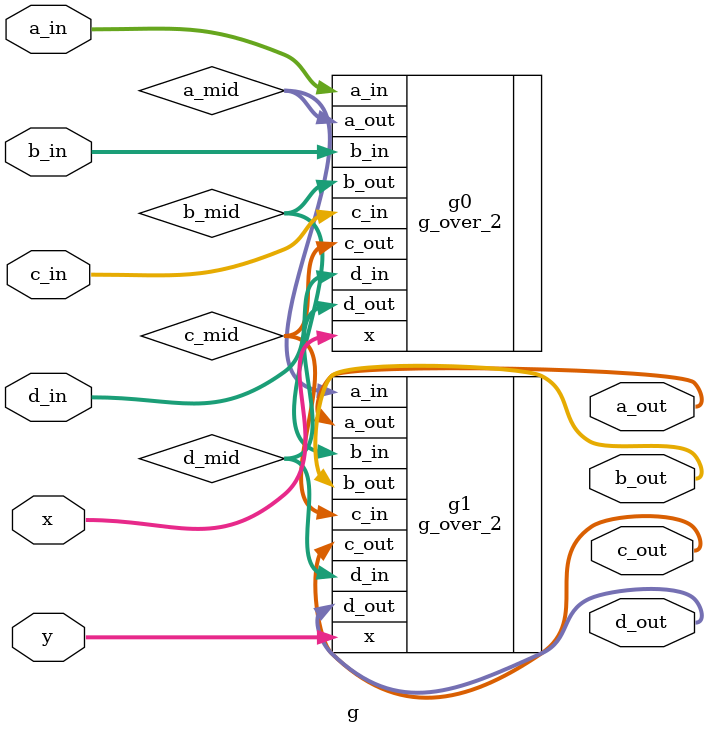
<source format=v>
module g #(
	parameter W=32,
	parameter RD0=1,
	parameter RD1=1,
	parameter RB0=1,
	parameter RB1=1
) (
	input  [W-1:0] a_in, b_in, c_in, d_in,
	output [W-1:0] a_out, b_out, c_out, d_out,

	input [W-1:0] x, y
);

	wire [W-1:0] a_mid, b_mid, c_mid, d_mid;

	g_over_2 #(
		.W(W),
		.RD(RD0),
		.RB(RB0)
	) g0 (
		.a_in(a_in),
		.b_in(b_in),
		.c_in(c_in),
		.d_in(d_in),
	   	.a_out(a_mid), 
	   	.b_out(b_mid), 
	   	.c_out(c_mid), 
	   	.d_out(d_mid), 
		.x(x)
	);

	g_over_2 #(
		.W(W),
		.RD(RD1),
		.RB(RB1)
	) g1 (
		.a_in(a_mid),
		.b_in(b_mid),
		.c_in(c_mid),
		.d_in(d_mid),
	   	.a_out(a_out), 
	   	.b_out(b_out), 
	   	.c_out(c_out), 
	   	.d_out(d_out), 
		.x(y)
	);
endmodule



</source>
